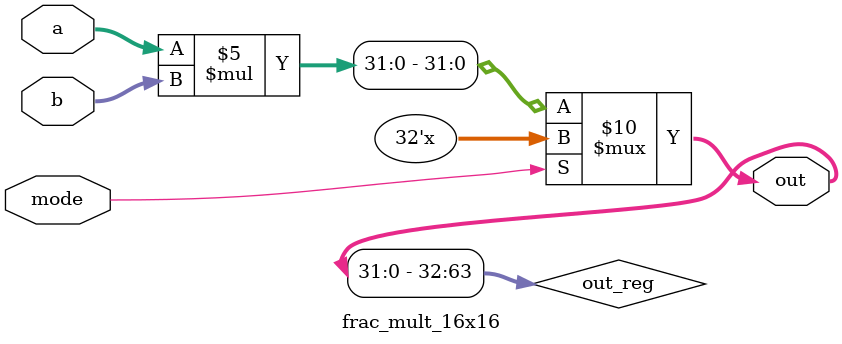
<source format=v>

module frac_mult_16x16 (
	input [0:15] a,
	input [0:15] b,
	output [0:31] out,
    input [0:0] mode);

    reg [0:63] out_reg;

    always @(mode, a, b) begin 
       if (1'b1 == mode) begin
         out_reg[0:15] <= a[0:7] * b[0:7];
         out_reg[16:31] <= a[8:15] * b[8:15];
       end else begin
         out_reg <= a * b;
       end
    end

    assign out = out_reg;

endmodule

</source>
